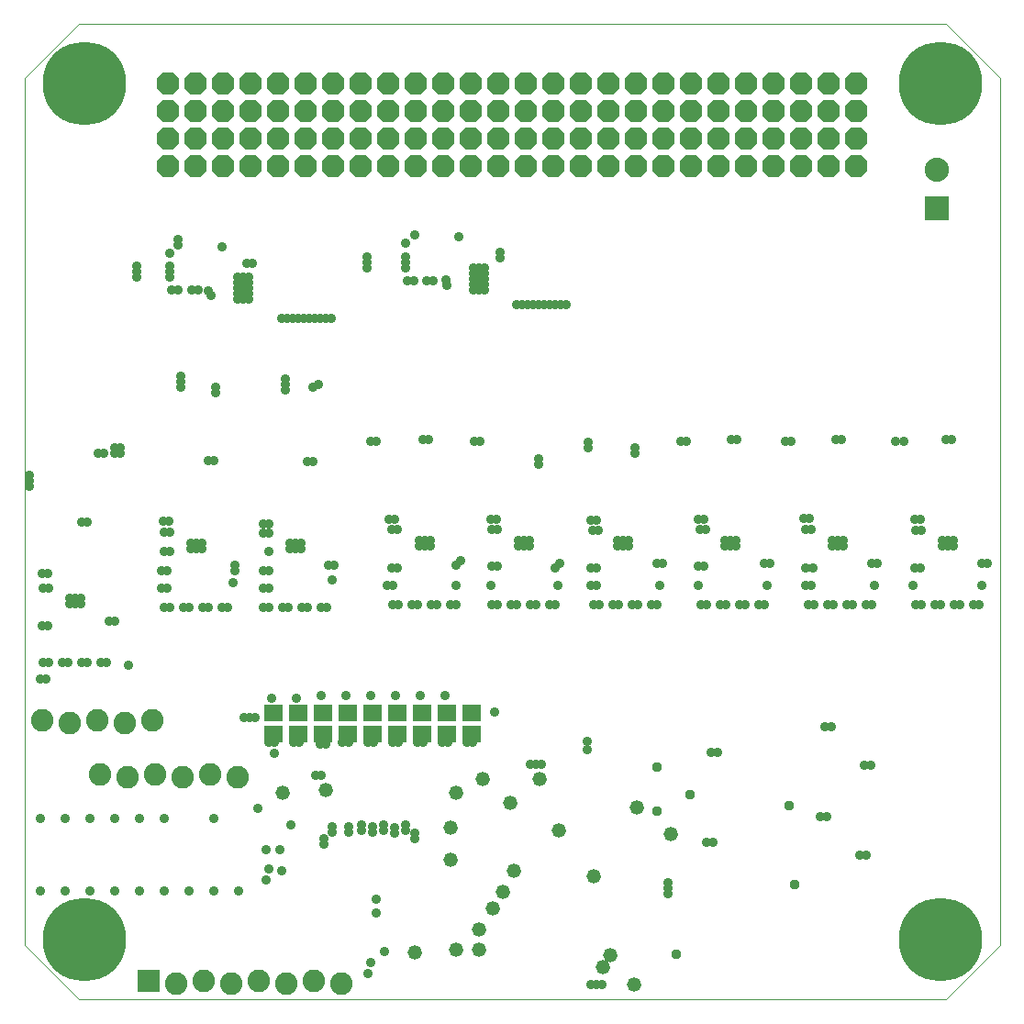
<source format=gbs>
G75*
%MOIN*%
%OFA0B0*%
%FSLAX25Y25*%
%IPPOS*%
%LPD*%
%AMOC8*
5,1,8,0,0,1.08239X$1,22.5*
%
%ADD10OC8,0.08200*%
%ADD11C,0.05200*%
%ADD12R,0.08200X0.08200*%
%ADD13C,0.08200*%
%ADD14R,0.08800X0.08800*%
%ADD15C,0.08800*%
%ADD16R,0.06706X0.05918*%
%ADD17C,0.00000*%
%ADD18C,0.30328*%
%ADD19C,0.03581*%
%ADD20C,0.03778*%
D10*
X0063100Y0314178D03*
X0073100Y0314178D03*
X0083100Y0314178D03*
X0093100Y0314178D03*
X0103100Y0314178D03*
X0113100Y0314178D03*
X0123100Y0314178D03*
X0133100Y0314178D03*
X0143100Y0314178D03*
X0153100Y0314178D03*
X0163100Y0314178D03*
X0173100Y0314178D03*
X0183100Y0314178D03*
X0193100Y0314178D03*
X0203100Y0314178D03*
X0213100Y0314178D03*
X0223100Y0314178D03*
X0233100Y0314178D03*
X0243100Y0314178D03*
X0253100Y0314178D03*
X0263100Y0314178D03*
X0273100Y0314178D03*
X0283100Y0314178D03*
X0293100Y0314178D03*
X0303100Y0314178D03*
X0313100Y0314178D03*
X0313100Y0324178D03*
X0303100Y0324178D03*
X0303100Y0334178D03*
X0313100Y0334178D03*
X0313100Y0344178D03*
X0303100Y0344178D03*
X0293100Y0344178D03*
X0293100Y0334178D03*
X0293100Y0324178D03*
X0283100Y0324178D03*
X0273100Y0324178D03*
X0273100Y0334178D03*
X0283100Y0334178D03*
X0283100Y0344178D03*
X0273100Y0344178D03*
X0263100Y0344178D03*
X0253100Y0344178D03*
X0253100Y0334178D03*
X0253100Y0324178D03*
X0263100Y0324178D03*
X0263100Y0334178D03*
X0243100Y0334178D03*
X0243100Y0324178D03*
X0233100Y0324178D03*
X0223100Y0324178D03*
X0223100Y0334178D03*
X0233100Y0334178D03*
X0233100Y0344178D03*
X0223100Y0344178D03*
X0213100Y0344178D03*
X0203100Y0344178D03*
X0203100Y0334178D03*
X0203100Y0324178D03*
X0213100Y0324178D03*
X0213100Y0334178D03*
X0193100Y0334178D03*
X0193100Y0324178D03*
X0183100Y0324178D03*
X0173100Y0324178D03*
X0173100Y0334178D03*
X0183100Y0334178D03*
X0183100Y0344178D03*
X0173100Y0344178D03*
X0163100Y0344178D03*
X0163100Y0334178D03*
X0163100Y0324178D03*
X0153100Y0324178D03*
X0143100Y0324178D03*
X0143100Y0334178D03*
X0153100Y0334178D03*
X0153100Y0344178D03*
X0143100Y0344178D03*
X0133100Y0344178D03*
X0123100Y0344178D03*
X0123100Y0334178D03*
X0123100Y0324178D03*
X0133100Y0324178D03*
X0133100Y0334178D03*
X0113100Y0334178D03*
X0113100Y0324178D03*
X0103100Y0324178D03*
X0093100Y0324178D03*
X0093100Y0334178D03*
X0103100Y0334178D03*
X0103100Y0344178D03*
X0093100Y0344178D03*
X0083100Y0344178D03*
X0073100Y0344178D03*
X0073100Y0334178D03*
X0073100Y0324178D03*
X0083100Y0324178D03*
X0083100Y0334178D03*
X0063100Y0334178D03*
X0063100Y0324178D03*
X0063100Y0344178D03*
X0113100Y0344178D03*
X0193100Y0344178D03*
X0243100Y0344178D03*
D11*
X0198108Y0091731D03*
X0187281Y0082873D03*
X0177439Y0091731D03*
X0167596Y0086810D03*
X0165628Y0074015D03*
X0165628Y0062204D03*
X0184736Y0050785D03*
X0181115Y0044537D03*
X0176100Y0037017D03*
X0176100Y0029517D03*
X0167596Y0029723D03*
X0152832Y0028739D03*
X0188650Y0058267D03*
X0204998Y0073030D03*
X0217793Y0056298D03*
X0223698Y0027755D03*
X0221238Y0023326D03*
X0232557Y0016928D03*
X0245844Y0071554D03*
X0233541Y0081397D03*
X0120352Y0087794D03*
X0104604Y0086810D03*
D12*
X0056100Y0018167D03*
D13*
X0066100Y0017167D03*
X0076100Y0018167D03*
X0086100Y0017167D03*
X0096100Y0018167D03*
X0106100Y0017167D03*
X0116100Y0018167D03*
X0126100Y0017167D03*
X0088500Y0092467D03*
X0078500Y0093467D03*
X0068500Y0092467D03*
X0058500Y0093467D03*
X0048500Y0092467D03*
X0038500Y0093467D03*
X0037500Y0112967D03*
X0027500Y0111967D03*
X0017500Y0112967D03*
X0047500Y0111967D03*
X0057500Y0112967D03*
D14*
X0342500Y0299067D03*
D15*
X0342500Y0312846D03*
D16*
X0173400Y0115607D03*
X0173400Y0108127D03*
X0164400Y0108127D03*
X0164400Y0115607D03*
X0155400Y0115607D03*
X0155400Y0108127D03*
X0146400Y0108127D03*
X0146400Y0115607D03*
X0137400Y0115607D03*
X0137400Y0108127D03*
X0128400Y0108127D03*
X0128400Y0115607D03*
X0119400Y0115607D03*
X0119400Y0108127D03*
X0110400Y0108127D03*
X0110400Y0115607D03*
X0101400Y0115607D03*
X0101400Y0108127D03*
D17*
X0010944Y0031192D02*
X0030629Y0011507D01*
X0345590Y0011507D01*
X0365275Y0031192D01*
X0365275Y0346152D01*
X0345590Y0365837D01*
X0030629Y0365837D01*
X0010944Y0346152D01*
X0010944Y0031192D01*
D18*
X0032598Y0033160D03*
X0343621Y0033160D03*
X0343621Y0344184D03*
X0032598Y0344184D03*
D19*
X0066800Y0287767D03*
X0066800Y0285567D03*
X0063700Y0282667D03*
X0063600Y0277867D03*
X0063600Y0275867D03*
X0063600Y0273867D03*
X0064300Y0269267D03*
X0066700Y0269267D03*
X0071600Y0269267D03*
X0074000Y0269267D03*
X0077900Y0269067D03*
X0078900Y0267167D03*
X0088300Y0267867D03*
X0088300Y0269867D03*
X0088300Y0271867D03*
X0088300Y0273867D03*
X0090300Y0273867D03*
X0092300Y0273867D03*
X0092300Y0271867D03*
X0090300Y0271867D03*
X0090300Y0269867D03*
X0092300Y0269867D03*
X0092300Y0267867D03*
X0090300Y0267867D03*
X0090300Y0265867D03*
X0088300Y0265867D03*
X0092300Y0265867D03*
X0104300Y0259067D03*
X0106300Y0259067D03*
X0108300Y0259067D03*
X0110300Y0259067D03*
X0112300Y0259067D03*
X0114300Y0259067D03*
X0116300Y0259067D03*
X0118300Y0259067D03*
X0120300Y0259067D03*
X0122300Y0259067D03*
X0135500Y0277467D03*
X0135500Y0279467D03*
X0135500Y0281467D03*
X0149400Y0281467D03*
X0149400Y0279467D03*
X0149400Y0277467D03*
X0150200Y0272667D03*
X0152400Y0272667D03*
X0157200Y0272567D03*
X0159500Y0272567D03*
X0164200Y0272967D03*
X0164300Y0270967D03*
X0174100Y0271467D03*
X0174100Y0273467D03*
X0174100Y0275467D03*
X0174100Y0277467D03*
X0176100Y0277467D03*
X0178100Y0277467D03*
X0178100Y0275467D03*
X0176100Y0275467D03*
X0176100Y0273467D03*
X0178100Y0273467D03*
X0178100Y0271467D03*
X0176100Y0271467D03*
X0176100Y0269467D03*
X0178100Y0269467D03*
X0174100Y0269467D03*
X0183900Y0280867D03*
X0183900Y0282867D03*
X0168700Y0288667D03*
X0152600Y0289167D03*
X0149500Y0286267D03*
X0189700Y0263867D03*
X0191700Y0263867D03*
X0193700Y0263867D03*
X0195700Y0263867D03*
X0197700Y0263867D03*
X0199700Y0263867D03*
X0201700Y0263867D03*
X0203700Y0263867D03*
X0205700Y0263867D03*
X0207700Y0263867D03*
X0215900Y0213867D03*
X0215900Y0211867D03*
X0232900Y0211867D03*
X0232900Y0209867D03*
X0249400Y0214367D03*
X0251400Y0214367D03*
X0267900Y0214867D03*
X0269900Y0214867D03*
X0287400Y0214367D03*
X0289400Y0214367D03*
X0305900Y0214867D03*
X0307900Y0214867D03*
X0327400Y0214367D03*
X0330400Y0214367D03*
X0345900Y0214867D03*
X0347900Y0214867D03*
X0336400Y0185867D03*
X0334400Y0185867D03*
X0334900Y0181867D03*
X0336900Y0181867D03*
X0344400Y0178367D03*
X0346400Y0178367D03*
X0348400Y0178367D03*
X0348400Y0176367D03*
X0346400Y0176367D03*
X0344400Y0176367D03*
X0336400Y0168367D03*
X0334400Y0168367D03*
X0333900Y0161867D03*
X0334900Y0154867D03*
X0336900Y0154867D03*
X0341900Y0154867D03*
X0343900Y0154867D03*
X0348900Y0154867D03*
X0350900Y0154867D03*
X0355900Y0154867D03*
X0357900Y0154867D03*
X0358900Y0161867D03*
X0358900Y0169867D03*
X0360900Y0169867D03*
X0320900Y0169867D03*
X0318900Y0169867D03*
X0319900Y0161867D03*
X0318900Y0154867D03*
X0316900Y0154867D03*
X0311900Y0154867D03*
X0309900Y0154867D03*
X0304900Y0154867D03*
X0302900Y0154867D03*
X0297900Y0154867D03*
X0295900Y0154867D03*
X0296900Y0161867D03*
X0294900Y0161867D03*
X0294700Y0168367D03*
X0297400Y0168367D03*
X0304400Y0176367D03*
X0304400Y0178367D03*
X0306400Y0178367D03*
X0308400Y0178367D03*
X0308400Y0176367D03*
X0306400Y0176367D03*
X0296900Y0182367D03*
X0294900Y0182367D03*
X0294200Y0186367D03*
X0296200Y0186367D03*
X0281900Y0169867D03*
X0279900Y0169867D03*
X0280900Y0161867D03*
X0279900Y0154867D03*
X0277900Y0154867D03*
X0272900Y0154867D03*
X0270900Y0154867D03*
X0265900Y0154867D03*
X0263900Y0154867D03*
X0258900Y0154867D03*
X0256900Y0154867D03*
X0255900Y0161867D03*
X0255900Y0168867D03*
X0257900Y0168867D03*
X0265400Y0176367D03*
X0265400Y0178367D03*
X0267400Y0178367D03*
X0269400Y0178367D03*
X0269400Y0176367D03*
X0267400Y0176367D03*
X0258400Y0182367D03*
X0256400Y0182367D03*
X0255900Y0185867D03*
X0257900Y0185867D03*
X0242900Y0169867D03*
X0240900Y0169867D03*
X0241900Y0161867D03*
X0240900Y0154867D03*
X0238900Y0154867D03*
X0233900Y0154867D03*
X0231900Y0154867D03*
X0226900Y0154867D03*
X0224900Y0154867D03*
X0219900Y0154867D03*
X0217900Y0154867D03*
X0216900Y0161867D03*
X0218900Y0161867D03*
X0218900Y0168367D03*
X0216900Y0168367D03*
X0205400Y0169867D03*
X0203900Y0168367D03*
X0204900Y0161867D03*
X0203900Y0154867D03*
X0201900Y0154867D03*
X0196900Y0154867D03*
X0194900Y0154867D03*
X0189900Y0154867D03*
X0187900Y0154867D03*
X0182900Y0154867D03*
X0180900Y0154867D03*
X0180400Y0161867D03*
X0180800Y0169067D03*
X0182800Y0169067D03*
X0190400Y0176367D03*
X0190400Y0178367D03*
X0192400Y0178367D03*
X0194400Y0178367D03*
X0194400Y0176367D03*
X0192400Y0176367D03*
X0182900Y0182367D03*
X0180900Y0182367D03*
X0180300Y0186067D03*
X0182300Y0186067D03*
X0169400Y0170867D03*
X0167900Y0169367D03*
X0167900Y0161867D03*
X0167900Y0154867D03*
X0165900Y0154867D03*
X0160900Y0154867D03*
X0158900Y0154867D03*
X0153900Y0154867D03*
X0151900Y0154867D03*
X0146900Y0154867D03*
X0144900Y0154867D03*
X0144900Y0161867D03*
X0142900Y0161867D03*
X0144400Y0168367D03*
X0146400Y0168367D03*
X0154400Y0176367D03*
X0154400Y0178367D03*
X0156400Y0178367D03*
X0158400Y0178367D03*
X0158400Y0176367D03*
X0156400Y0176367D03*
X0146400Y0182367D03*
X0144400Y0182367D03*
X0145400Y0185867D03*
X0143400Y0185867D03*
X0123400Y0169367D03*
X0121400Y0169367D03*
X0122900Y0163867D03*
X0120900Y0153867D03*
X0118900Y0153867D03*
X0113900Y0153867D03*
X0111900Y0153867D03*
X0106900Y0153867D03*
X0104900Y0153867D03*
X0099900Y0153867D03*
X0097900Y0153867D03*
X0097900Y0160867D03*
X0099900Y0160867D03*
X0099900Y0167367D03*
X0097900Y0167367D03*
X0099900Y0174367D03*
X0099900Y0180867D03*
X0097900Y0180867D03*
X0097900Y0184367D03*
X0099900Y0184367D03*
X0107400Y0177367D03*
X0109400Y0177367D03*
X0111400Y0177367D03*
X0111400Y0175367D03*
X0109400Y0175367D03*
X0107400Y0175367D03*
X0087400Y0169367D03*
X0087400Y0167367D03*
X0086900Y0162867D03*
X0084900Y0153867D03*
X0082900Y0153867D03*
X0077900Y0153867D03*
X0075900Y0153867D03*
X0070900Y0153867D03*
X0068900Y0153867D03*
X0063900Y0153867D03*
X0061900Y0153867D03*
X0060900Y0160867D03*
X0062900Y0160867D03*
X0062900Y0167367D03*
X0060900Y0167367D03*
X0061900Y0174367D03*
X0063900Y0174367D03*
X0063900Y0181367D03*
X0061900Y0181367D03*
X0061400Y0185367D03*
X0063400Y0185367D03*
X0071400Y0177367D03*
X0073400Y0177367D03*
X0075400Y0177367D03*
X0075400Y0175367D03*
X0073400Y0175367D03*
X0071400Y0175367D03*
X0043900Y0148867D03*
X0041900Y0148867D03*
X0031400Y0155367D03*
X0031400Y0157367D03*
X0029400Y0157367D03*
X0027400Y0157367D03*
X0027400Y0155367D03*
X0029400Y0155367D03*
X0019900Y0160867D03*
X0017900Y0160867D03*
X0017400Y0166367D03*
X0019400Y0166367D03*
X0019400Y0147367D03*
X0017400Y0147367D03*
X0017900Y0133867D03*
X0019900Y0133867D03*
X0024900Y0133867D03*
X0026900Y0133867D03*
X0031900Y0133867D03*
X0033900Y0133867D03*
X0038900Y0133867D03*
X0040900Y0133867D03*
X0048900Y0132867D03*
X0018900Y0127867D03*
X0016900Y0127867D03*
X0016900Y0077367D03*
X0025900Y0077367D03*
X0034900Y0077367D03*
X0043900Y0077367D03*
X0052900Y0077367D03*
X0061900Y0077367D03*
X0079900Y0077367D03*
X0095900Y0080867D03*
X0107900Y0074867D03*
X0103900Y0065867D03*
X0098900Y0065867D03*
X0099900Y0058867D03*
X0098900Y0054867D03*
X0104400Y0058367D03*
X0088900Y0050867D03*
X0079900Y0050867D03*
X0070900Y0050867D03*
X0061900Y0050867D03*
X0052900Y0050867D03*
X0043900Y0050867D03*
X0034900Y0050867D03*
X0025900Y0050867D03*
X0016900Y0050867D03*
X0090900Y0113867D03*
X0092900Y0113867D03*
X0094900Y0113867D03*
X0100900Y0120867D03*
X0109900Y0120867D03*
X0118900Y0121867D03*
X0127900Y0121867D03*
X0136900Y0121867D03*
X0145900Y0121867D03*
X0154900Y0121867D03*
X0163900Y0121867D03*
X0162900Y0104867D03*
X0164900Y0104867D03*
X0171900Y0104867D03*
X0173900Y0104867D03*
X0181900Y0115867D03*
X0194900Y0096867D03*
X0196900Y0096867D03*
X0198900Y0096867D03*
X0215400Y0102367D03*
X0215400Y0105367D03*
X0258878Y0068553D03*
X0261240Y0068553D03*
X0244900Y0053867D03*
X0244900Y0051867D03*
X0244900Y0049867D03*
X0220900Y0016867D03*
X0218900Y0016867D03*
X0216900Y0016867D03*
X0152900Y0069867D03*
X0152900Y0071867D03*
X0149400Y0072867D03*
X0149400Y0074867D03*
X0145400Y0073867D03*
X0145400Y0071867D03*
X0141400Y0072867D03*
X0141400Y0074867D03*
X0137400Y0074367D03*
X0137400Y0072367D03*
X0133400Y0072867D03*
X0133400Y0074867D03*
X0128900Y0074367D03*
X0128900Y0072367D03*
X0122900Y0072367D03*
X0122900Y0074367D03*
X0119900Y0069867D03*
X0119900Y0067867D03*
X0138900Y0047867D03*
X0138900Y0042867D03*
X0141900Y0028867D03*
X0136900Y0024867D03*
X0135900Y0020867D03*
X0118900Y0092867D03*
X0116900Y0092867D03*
X0118400Y0104367D03*
X0120400Y0104367D03*
X0126400Y0104867D03*
X0128900Y0104867D03*
X0135900Y0104867D03*
X0137900Y0104867D03*
X0144900Y0104867D03*
X0146900Y0104867D03*
X0153900Y0104867D03*
X0155900Y0104867D03*
X0110900Y0104867D03*
X0108900Y0104867D03*
X0101900Y0104867D03*
X0099900Y0104867D03*
X0101900Y0100867D03*
X0033900Y0184867D03*
X0031900Y0184867D03*
X0012900Y0197867D03*
X0012900Y0199867D03*
X0012900Y0201867D03*
X0037900Y0209867D03*
X0039900Y0209867D03*
X0043900Y0209867D03*
X0043900Y0211867D03*
X0045900Y0211867D03*
X0045900Y0209867D03*
X0067900Y0233867D03*
X0067900Y0235867D03*
X0067900Y0237867D03*
X0080400Y0233867D03*
X0080400Y0231867D03*
X0079900Y0207367D03*
X0077900Y0207367D03*
X0105900Y0232867D03*
X0105900Y0234867D03*
X0105900Y0236867D03*
X0115900Y0233867D03*
X0117900Y0234867D03*
X0136900Y0214367D03*
X0138900Y0214367D03*
X0155900Y0214867D03*
X0157900Y0214867D03*
X0174400Y0214367D03*
X0176400Y0214367D03*
X0197900Y0207867D03*
X0197900Y0205867D03*
X0216900Y0185767D03*
X0218900Y0185767D03*
X0219400Y0181867D03*
X0217400Y0181867D03*
X0226400Y0178367D03*
X0228400Y0178367D03*
X0230400Y0178367D03*
X0230400Y0176367D03*
X0228400Y0176367D03*
X0226400Y0176367D03*
X0301817Y0110802D03*
X0304179Y0110802D03*
X0315990Y0096629D03*
X0318352Y0096629D03*
X0302579Y0078002D03*
X0300217Y0078002D03*
X0314390Y0063829D03*
X0316752Y0063829D03*
X0262840Y0101353D03*
X0260478Y0101353D03*
X0115900Y0206867D03*
X0113900Y0206867D03*
X0051700Y0273867D03*
X0051700Y0275867D03*
X0051700Y0277867D03*
X0082900Y0285067D03*
X0091900Y0278867D03*
X0093900Y0278867D03*
D20*
X0240900Y0095867D03*
X0252900Y0085867D03*
X0240900Y0079867D03*
X0288900Y0081867D03*
X0290900Y0053263D03*
X0247900Y0027867D03*
M02*

</source>
